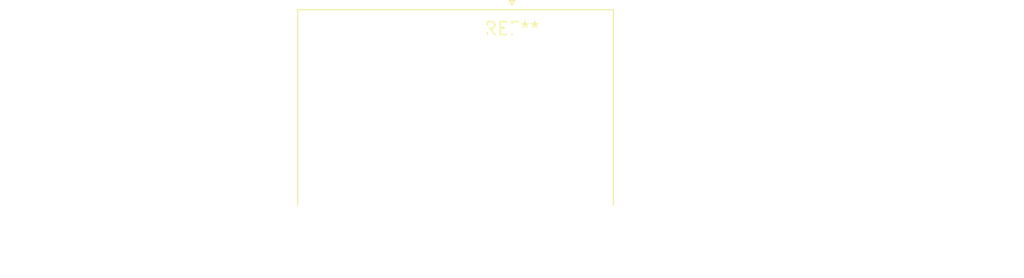
<source format=kicad_pcb>
(kicad_pcb (version 20240108) (generator pcbnew)
  (layers (0 "F.Cu" signal) (31 "B.Cu" signal) (34 "B.Paste" user) (35 "F.Paste" user) (36 "B.SilkS" user "B.Silkscreen") (37 "F.SilkS" user "F.Silkscreen") (38 "B.Mask" user) (39 "F.Mask" user) (44 "Edge.Cuts" user))
  (net 0 "")
  (footprint "DSUB-9_Female_Horizontal_P2.77x2.84mm_EdgePinOffset14.56mm_Housed_MountingHolesOffset8.20mm" (layer "F.Cu") (at 0 0)
    (property "Reference" "REF**")
    (property "Value" "DSUB-9_Female_Horizontal_P2.77x2.84mm_EdgePinOffset14.56mm_Housed_MountingHolesOffset8.20mm")
    (fp_line (start -21.025 -1.86) (end 9.945 -1.86) (layer "F.SilkS") (stroke (width 0.12)))
    (fp_line (start -21.025 17.34) (end -21.025 -1.86) (layer "F.SilkS") (stroke (width 0.12)))
    (fp_line (start -0.25 -2.754338) (end 0.25 -2.754338) (layer "F.SilkS") (stroke (width 0.12)))
    (fp_line (start 0 -2.321325) (end -0.25 -2.754338) (layer "F.SilkS") (stroke (width 0.12)))
    (fp_line (start 0.25 -2.754338) (end 0 -2.321325) (layer "F.SilkS") (stroke (width 0.12)))
    (fp_line (start 9.945 -1.86) (end 9.945 17.34) (layer "F.SilkS") (stroke (width 0.12)))
    (pad "0" thru_hole circle (at -18.04 9.2) (size 4 4) (drill 3.2) (layers *.Cu *.Mask) (remove_unused_layers))
    (pad "0" thru_hole circle (at 6.96 9.2) (size 4 4) (drill 3.2) (layers *.Cu *.Mask) (remove_unused_layers))
    (pad "1" thru_hole rect (at 0 0) (size 1.6 1.6) (drill 1) (layers *.Cu *.Mask) (remove_unused_layers))
    (pad "2" thru_hole circle (at -2.77 0) (size 1.6 1.6) (drill 1) (layers *.Cu *.Mask) (remove_unused_layers))
    (pad "3" thru_hole circle (at -5.54 0) (size 1.6 1.6) (drill 1) (layers *.Cu *.Mask) (remove_unused_layers))
    (pad "4" thru_hole circle (at -8.31 0) (size 1.6 1.6) (drill 1) (layers *.Cu *.Mask) (remove_unused_layers))
    (pad "5" thru_hole circle (at -11.08 0) (size 1.6 1.6) (drill 1) (layers *.Cu *.Mask) (remove_unused_layers))
    (pad "6" thru_hole circle (at -1.385 2.84) (size 1.6 1.6) (drill 1) (layers *.Cu *.Mask) (remove_unused_layers))
    (pad "7" thru_hole circle (at -4.155 2.84) (size 1.6 1.6) (drill 1) (layers *.Cu *.Mask) (remove_unused_layers))
    (pad "8" thru_hole circle (at -6.925 2.84) (size 1.6 1.6) (drill 1) (layers *.Cu *.Mask) (remove_unused_layers))
    (pad "9" thru_hole circle (at -9.695 2.84) (size 1.6 1.6) (drill 1) (layers *.Cu *.Mask) (remove_unused_layers))
  )
)
</source>
